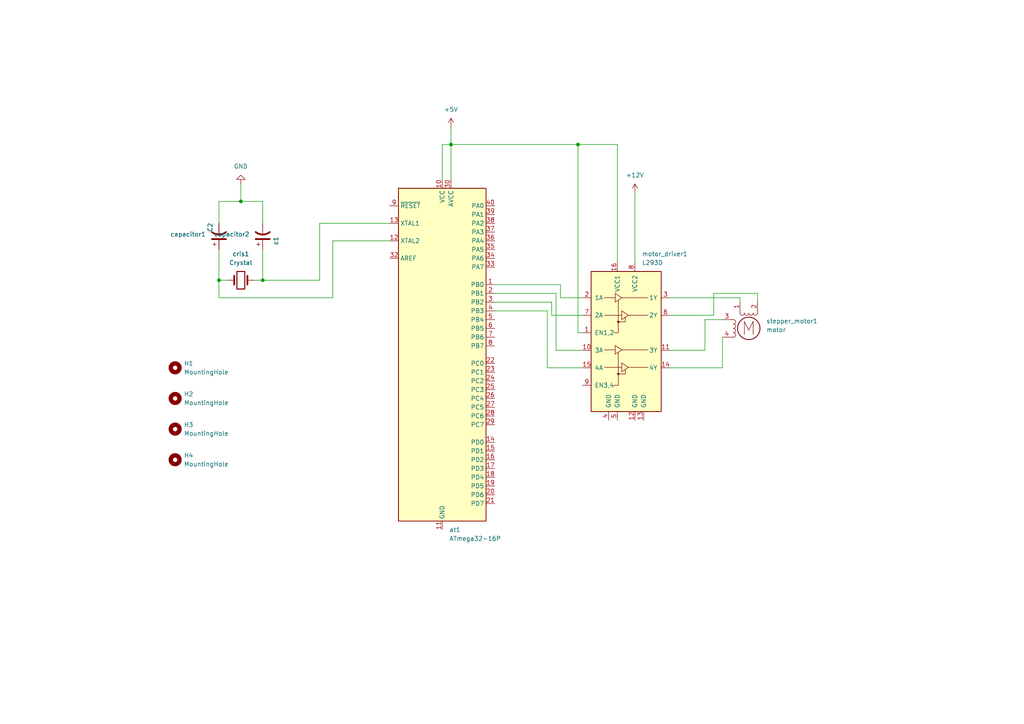
<source format=kicad_sch>
(kicad_sch (version 20211123) (generator eeschema)
  (paper "A4")
  (lib_symbols
    (symbol "Device:C_Polarized_US" (pin_numbers hide) (pin_names (offset 0.254) hide)
      (property "Reference" "C" (at 0.635 2.54 0))
      (property "Value" "C_Polarized_US" (at 0.635 -2.54 0))
      (symbol "C_Polarized_US_0_1"
        (polyline (pts (xy -2.032 0.762) (xy 2.032 0.762)) (stroke (width 0.508)))
        (polyline (pts (xy -1.778 2.286) (xy -0.762 2.286)))
        (polyline (pts (xy -1.27 1.778) (xy -1.27 2.794)))
        (arc (start 2.032 -1.27) (mid 0 -0.5572) (end -2.032 -1.27) (stroke (width 0.508)))
      )
      (symbol "C_Polarized_US_1_1"
        (pin passive line (at 0 3.81 270) (length 2.794) (name "~") (number "1"))
        (pin passive line (at 0 -3.81 90) (length 3.302) (name "~") (number "2"))
      )
    )
    (symbol "Device:Crystal" (pin_numbers hide) (pin_names (offset 1.016) hide)
      (property "Reference" "Y" (at 0 3.81 0))
      (property "Value" "Crystal" (at 0 -3.81 0))
      (symbol "Crystal_0_1"
        (rectangle (start -1.143 2.54) (end 1.143 -2.54) (stroke (width 0.3048)))
        (polyline (pts (xy -2.54 0) (xy -1.905 0)))
        (polyline (pts (xy -1.905 -1.27) (xy -1.905 1.27)) (stroke (width 0.508)))
        (polyline (pts (xy 1.905 -1.27) (xy 1.905 1.27)) (stroke (width 0.508)))
        (polyline (pts (xy 2.54 0) (xy 1.905 0)))
      )
      (symbol "Crystal_1_1"
        (pin passive line (at -3.81 0 0) (length 1.27) (name "1") (number "1"))
        (pin passive line (at 3.81 0 180) (length 1.27) (name "2") (number "2"))
      )
    )
    (symbol "Driver_Motor:L293D" (pin_names (offset 1.016))
      (property "Reference" "U" (at -5.08 26.035 0))
      (property "Value" "L293D" (at -5.08 24.13 0))
      (symbol "L293D_0_1"
        (rectangle (start -10.16 22.86) (end 10.16 -17.78) (stroke (width 0.254)) (fill (type background)))
        (circle (center -2.286 -6.858) (radius 0.254) (fill (type outline)))
        (circle (center -2.286 8.255) (radius 0.254) (fill (type outline)))
        (polyline (pts (xy -6.35 -4.953) (xy -1.27 -4.953)))
        (polyline (pts (xy -6.35 0.127) (xy -3.175 0.127)))
        (polyline (pts (xy -6.35 10.16) (xy -1.27 10.16)))
        (polyline (pts (xy -6.35 15.24) (xy -3.175 15.24)))
        (polyline (pts (xy -1.27 0.127) (xy 6.35 0.127)))
        (polyline (pts (xy -1.27 15.24) (xy 6.35 15.24)))
        (polyline (pts (xy 0.635 -4.953) (xy 6.35 -4.953)))
        (polyline (pts (xy 0.635 10.16) (xy 6.35 10.16)))
        (polyline (pts (xy -2.286 -6.858) (xy -0.254 -6.858) (xy -0.254 -5.588)))
        (polyline (pts (xy -2.286 -0.635) (xy -2.286 -10.16) (xy -3.556 -10.16)))
        (polyline (pts (xy -2.286 8.255) (xy -0.254 8.255) (xy -0.254 9.525)))
        (polyline (pts (xy -2.286 14.478) (xy -2.286 5.08) (xy -3.556 5.08)))
        (polyline (pts (xy -3.175 1.397) (xy -3.175 -1.143) (xy -1.27 0.127) (xy -3.175 1.397)))
        (polyline (pts (xy -3.175 16.51) (xy -3.175 13.97) (xy -1.27 15.24) (xy -3.175 16.51)))
        (polyline (pts (xy -1.27 -3.683) (xy -1.27 -6.223) (xy 0.635 -4.953) (xy -1.27 -3.683)))
        (polyline (pts (xy -1.27 11.43) (xy -1.27 8.89) (xy 0.635 10.16) (xy -1.27 11.43)))
      )
      (symbol "L293D_1_1"
        (pin input line (at -12.7 5.08 0) (length 2.54) (name "EN1,2") (number "1"))
        (pin input line (at -12.7 0 0) (length 2.54) (name "3A") (number "10"))
        (pin output line (at 12.7 0 180) (length 2.54) (name "3Y") (number "11"))
        (pin power_in line (at 2.54 -20.32 90) (length 2.54) (name "GND") (number "12"))
        (pin power_in line (at 5.08 -20.32 90) (length 2.54) (name "GND") (number "13"))
        (pin output line (at 12.7 -5.08 180) (length 2.54) (name "4Y") (number "14"))
        (pin input line (at -12.7 -5.08 0) (length 2.54) (name "4A") (number "15"))
        (pin power_in line (at -2.54 25.4 270) (length 2.54) (name "VCC1") (number "16"))
        (pin input line (at -12.7 15.24 0) (length 2.54) (name "1A") (number "2"))
        (pin output line (at 12.7 15.24 180) (length 2.54) (name "1Y") (number "3"))
        (pin power_in line (at -5.08 -20.32 90) (length 2.54) (name "GND") (number "4"))
        (pin power_in line (at -2.54 -20.32 90) (length 2.54) (name "GND") (number "5"))
        (pin output line (at 12.7 10.16 180) (length 2.54) (name "2Y") (number "6"))
        (pin input line (at -12.7 10.16 0) (length 2.54) (name "2A") (number "7"))
        (pin power_in line (at 2.54 25.4 270) (length 2.54) (name "VCC2") (number "8"))
        (pin input line (at -12.7 -10.16 0) (length 2.54) (name "EN3,4") (number "9"))
      )
    )
    (symbol "MCU_Microchip_ATmega:ATmega32-16P"
      (property "Reference" "U" (at -12.7 49.53 0))
      (property "Value" "ATmega32-16P" (at 2.54 -49.53 0))
      (symbol "ATmega32-16P_0_1"
        (rectangle (start -12.7 -48.26) (end 12.7 48.26) (stroke (width 0.254)) (fill (type background)))
      )
      (symbol "ATmega32-16P_1_1"
        (pin bidirectional line (at 15.24 20.32 180) (length 2.54) (name "PB0") (number "1"))
        (pin power_in line (at 0 50.8 270) (length 2.54) (name "VCC") (number "10"))
        (pin power_in line (at 0 -50.8 90) (length 2.54) (name "GND") (number "11"))
        (pin output line (at -15.24 33.02 0) (length 2.54) (name "XTAL2") (number "12"))
        (pin input line (at -15.24 38.1 0) (length 2.54) (name "XTAL1") (number "13"))
        (pin bidirectional line (at 15.24 -25.4 180) (length 2.54) (name "PD0") (number "14"))
        (pin bidirectional line (at 15.24 -27.94 180) (length 2.54) (name "PD1") (number "15"))
        (pin bidirectional line (at 15.24 -30.48 180) (length 2.54) (name "PD2") (number "16"))
        (pin bidirectional line (at 15.24 -33.02 180) (length 2.54) (name "PD3") (number "17"))
        (pin bidirectional line (at 15.24 -35.56 180) (length 2.54) (name "PD4") (number "18"))
        (pin bidirectional line (at 15.24 -38.1 180) (length 2.54) (name "PD5") (number "19"))
        (pin bidirectional line (at 15.24 17.78 180) (length 2.54) (name "PB1") (number "2"))
        (pin bidirectional line (at 15.24 -40.64 180) (length 2.54) (name "PD6") (number "20"))
        (pin bidirectional line (at 15.24 -43.18 180) (length 2.54) (name "PD7") (number "21"))
        (pin bidirectional line (at 15.24 -2.54 180) (length 2.54) (name "PC0") (number "22"))
        (pin bidirectional line (at 15.24 -5.08 180) (length 2.54) (name "PC1") (number "23"))
        (pin bidirectional line (at 15.24 -7.62 180) (length 2.54) (name "PC2") (number "24"))
        (pin bidirectional line (at 15.24 -10.16 180) (length 2.54) (name "PC3") (number "25"))
        (pin bidirectional line (at 15.24 -12.7 180) (length 2.54) (name "PC4") (number "26"))
        (pin bidirectional line (at 15.24 -15.24 180) (length 2.54) (name "PC5") (number "27"))
        (pin bidirectional line (at 15.24 -17.78 180) (length 2.54) (name "PC6") (number "28"))
        (pin bidirectional line (at 15.24 -20.32 180) (length 2.54) (name "PC7") (number "29"))
        (pin bidirectional line (at 15.24 15.24 180) (length 2.54) (name "PB2") (number "3"))
        (pin power_in line (at 2.54 50.8 270) (length 2.54) (name "AVCC") (number "30"))
        (pin passive line (at 0 -50.8 90) (length 2.54) hide (name "GND") (number "31"))
        (pin passive line (at -15.24 27.94 0) (length 2.54) (name "AREF") (number "32"))
        (pin bidirectional line (at 15.24 25.4 180) (length 2.54) (name "PA7") (number "33"))
        (pin bidirectional line (at 15.24 27.94 180) (length 2.54) (name "PA6") (number "34"))
        (pin bidirectional line (at 15.24 30.48 180) (length 2.54) (name "PA5") (number "35"))
        (pin bidirectional line (at 15.24 33.02 180) (length 2.54) (name "PA4") (number "36"))
        (pin bidirectional line (at 15.24 35.56 180) (length 2.54) (name "PA3") (number "37"))
        (pin bidirectional line (at 15.24 38.1 180) (length 2.54) (name "PA2") (number "38"))
        (pin bidirectional line (at 15.24 40.64 180) (length 2.54) (name "PA1") (number "39"))
        (pin bidirectional line (at 15.24 12.7 180) (length 2.54) (name "PB3") (number "4"))
        (pin bidirectional line (at 15.24 43.18 180) (length 2.54) (name "PA0") (number "40"))
        (pin bidirectional line (at 15.24 10.16 180) (length 2.54) (name "PB4") (number "5"))
        (pin bidirectional line (at 15.24 7.62 180) (length 2.54) (name "PB5") (number "6"))
        (pin bidirectional line (at 15.24 5.08 180) (length 2.54) (name "PB6") (number "7"))
        (pin bidirectional line (at 15.24 2.54 180) (length 2.54) (name "PB7") (number "8"))
        (pin input line (at -15.24 43.18 0) (length 2.54) (name "~{RESET}") (number "9"))
      )
    )
    (symbol "Mechanical:MountingHole" (pin_names (offset 1.016))
      (property "Reference" "H" (at 0 5.08 0))
      (property "Value" "MountingHole" (at 0 3.175 0))
      (symbol "MountingHole_0_1"
        (circle (center 0 0) (radius 1.27) (stroke (width 1.27)))
      )
    )
    (symbol "Motor:Stepper_Motor_bipolar" (pin_names (offset 0) hide)
      (property "Reference" "M" (at 3.81 2.54 0))
      (property "Value" "Stepper_Motor_bipolar" (at 3.81 1.27 0))
      (symbol "Stepper_Motor_bipolar_0_0"
        (polyline (pts (xy -1.27 -1.778) (xy -1.27 2.032) (xy 0 -0.508) (xy 1.27 2.032) (xy 1.27 -1.778)))
      )
      (symbol "Stepper_Motor_bipolar_0_1"
        (arc (start -4.445 -2.54) (mid -3.81 -1.905) (end -4.445 -1.27))
        (arc (start -4.445 -1.27) (mid -3.81 -0.635) (end -4.445 0))
        (arc (start -4.445 0) (mid -3.81 0.635) (end -4.445 1.27))
        (arc (start -4.445 1.27) (mid -3.81 1.905) (end -4.445 2.54))
        (arc (start -2.54 4.445) (mid -1.905 3.81) (end -1.27 4.445))
        (arc (start -1.27 4.445) (mid -0.635 3.81) (end 0 4.445))
        (polyline (pts (xy -5.08 -2.54) (xy -4.445 -2.54)))
        (polyline (pts (xy -5.08 2.54) (xy -4.445 2.54)))
        (polyline (pts (xy -2.54 5.08) (xy -2.54 4.445)))
        (polyline (pts (xy 2.54 5.08) (xy 2.54 4.445)))
        (circle (center 0 0) (radius 3.2512) (stroke (width 0.254)))
        (arc (start 0 4.445) (mid 0.635 3.81) (end 1.27 4.445))
        (arc (start 1.27 4.445) (mid 1.905 3.81) (end 2.54 4.445))
      )
      (symbol "Stepper_Motor_bipolar_1_1"
        (pin passive line (at -2.54 7.62 270) (length 2.54) (name "~") (number "1"))
        (pin passive line (at 2.54 7.62 270) (length 2.54) (name "-") (number "2"))
        (pin passive line (at -7.62 2.54 0) (length 2.54) (name "~") (number "3"))
        (pin passive line (at -7.62 -2.54 0) (length 2.54) (name "~") (number "4"))
      )
    )
    (symbol "power:+12V" (power) (pin_names (offset 0))
      (property "Value" "+12V" (at 0 3.556 0))
      (symbol "+12V_0_1"
        (polyline (pts (xy -0.762 1.27) (xy 0 2.54)))
        (polyline (pts (xy 0 0) (xy 0 2.54)))
        (polyline (pts (xy 0 2.54) (xy 0.762 1.27)))
      )
      (symbol "+12V_1_1"
        (pin power_in line (at 0 0 90) (length 0) hide (name "+12V") (number "1"))
      )
    )
    (symbol "power:+5V" (power) (pin_names (offset 0))
      (property "Value" "+5V" (at 0 3.556 0))
      (symbol "+5V_0_1"
        (polyline (pts (xy -0.762 1.27) (xy 0 2.54)))
        (polyline (pts (xy 0 0) (xy 0 2.54)))
        (polyline (pts (xy 0 2.54) (xy 0.762 1.27)))
      )
      (symbol "+5V_1_1"
        (pin power_in line (at 0 0 90) (length 0) hide (name "+5V") (number "1"))
      )
    )
    (symbol "power:GND" (power) (pin_names (offset 0))
      (property "Value" "GND" (at 0 -3.81 0))
      (symbol "GND_0_1"
        (polyline (pts (xy 0 0) (xy 0 -1.27) (xy 1.27 -1.27) (xy 0 -2.54) (xy -1.27 -1.27) (xy 0 -1.27)))
      )
      (symbol "GND_1_1"
        (pin power_in line (at 0 0 270) (length 0) hide (name "GND") (number "1"))
      )
    )
  )
  (junction (at 130.81 41.91))
  (junction (at 167.64 41.91))
  (junction (at 69.85 58.42))
  (junction (at 63.5 81.28))
  (junction (at 76.2 81.28))
  (wire (pts (xy 69.85 58.42) (xy 69.85 53.34)))
  (wire (pts (xy 167.64 41.91) (xy 179.07 41.91)))
  (wire (pts (xy 130.81 36.83) (xy 130.81 41.91)))
  (wire (pts (xy 158.75 90.17) (xy 158.75 106.68)))
  (wire (pts (xy 128.27 52.07) (xy 128.27 41.91)))
  (wire (pts (xy 130.81 41.91) (xy 167.64 41.91)))
  (wire (pts (xy 63.5 86.36) (xy 63.5 81.28)))
  (wire (pts (xy 76.2 81.28) (xy 73.66 81.28)))
  (wire (pts (xy 167.64 96.52) (xy 167.64 41.91)))
  (wire (pts (xy 194.31 91.44) (xy 207.01 91.44)))
  (wire (pts (xy 179.07 76.2) (xy 179.07 41.91)))
  (wire (pts (xy 160.02 87.63) (xy 160.02 91.44)))
  (wire (pts (xy 96.52 86.36) (xy 63.5 86.36)))
  (wire (pts (xy 63.5 72.39) (xy 63.5 81.28)))
  (wire (pts (xy 194.31 86.36) (xy 214.63 86.36)))
  (wire (pts (xy 158.75 106.68) (xy 168.91 106.68)))
  (wire (pts (xy 128.27 41.91) (xy 130.81 41.91)))
  (wire (pts (xy 168.91 96.52) (xy 167.64 96.52)))
  (wire (pts (xy 207.01 85.09) (xy 219.71 85.09)))
  (wire (pts (xy 143.51 90.17) (xy 158.75 90.17)))
  (wire (pts (xy 214.63 86.36) (xy 214.63 87.63)))
  (wire (pts (xy 194.31 101.6) (xy 204.47 101.6)))
  (wire (pts (xy 219.71 85.09) (xy 219.71 87.63)))
  (wire (pts (xy 207.01 91.44) (xy 207.01 85.09)))
  (wire (pts (xy 143.51 87.63) (xy 160.02 87.63)))
  (wire (pts (xy 92.71 64.77) (xy 92.71 81.28)))
  (wire (pts (xy 92.71 81.28) (xy 76.2 81.28)))
  (wire (pts (xy 162.56 86.36) (xy 168.91 86.36)))
  (wire (pts (xy 96.52 69.85) (xy 96.52 86.36)))
  (wire (pts (xy 143.51 85.09) (xy 161.29 85.09)))
  (wire (pts (xy 162.56 82.55) (xy 162.56 86.36)))
  (wire (pts (xy 204.47 92.71) (xy 209.55 92.71)))
  (wire (pts (xy 194.31 106.68) (xy 209.55 106.68)))
  (wire (pts (xy 76.2 72.39) (xy 76.2 81.28)))
  (wire (pts (xy 63.5 81.28) (xy 66.04 81.28)))
  (wire (pts (xy 204.47 101.6) (xy 204.47 92.71)))
  (wire (pts (xy 76.2 58.42) (xy 69.85 58.42)))
  (wire (pts (xy 209.55 106.68) (xy 209.55 97.79)))
  (wire (pts (xy 113.03 69.85) (xy 96.52 69.85)))
  (wire (pts (xy 143.51 82.55) (xy 162.56 82.55)))
  (wire (pts (xy 76.2 64.77) (xy 76.2 58.42)))
  (wire (pts (xy 63.5 58.42) (xy 69.85 58.42)))
  (wire (pts (xy 161.29 85.09) (xy 161.29 101.6)))
  (wire (pts (xy 161.29 101.6) (xy 168.91 101.6)))
  (wire (pts (xy 184.15 55.88) (xy 184.15 76.2)))
  (wire (pts (xy 130.81 41.91) (xy 130.81 52.07)))
  (wire (pts (xy 160.02 91.44) (xy 168.91 91.44)))
  (wire (pts (xy 63.5 64.77) (xy 63.5 58.42)))
  (wire (pts (xy 113.03 64.77) (xy 92.71 64.77)))
  (symbol (lib_id "Device:C_Polarized_US") (at 76.2 68.58 0) (mirror x) (unit 1)
    (property "Reference" "capacitor2" (at 72.39 67.9449 0) (effects (justify right)))
    (property "Value" "c1" (at 80.01 71.12 90) (effects (justify right)))
    (property "Footprint" "Capacitor_SMD:CP_Elec_3x5.3" (effects hide))
  )
  (symbol (lib_id "Mechanical:MountingHole") (at 50.8 124.46 0) (unit 1)
    (property "Reference" "H3" (at 53.34 123.1899 0) (effects (justify left)))
    (property "Value" "MountingHole" (at 53.34 125.7299 0) (effects (justify left)))
    (property "Footprint" "MountingHole:MountingHole_2.1mm" (effects hide))
  )
  (symbol (lib_id "Motor:Stepper_Motor_bipolar") (at 217.17 95.25 0) (unit 1)
    (property "Reference" "stepper_motor1" (at 222.25 93.129 0) (effects (justify left)))
    (property "Value" "motor" (at 222.25 95.669 0) (effects (justify left)))
    (property "Footprint" "Connector_PinHeader_1.27mm:PinHeader_1x04_P1.27mm_Horizontal" (effects hide))
    (property "Datasheet" "http://www.infineon.com/dgdl/Application-Note-TLE8110EE_driving_UniPolarStepperMotor_V1.1.pdf?fileId=db3a30431be39b97011be5d0aa0a00b0" (effects hide))
  )
  (symbol (lib_id "power:+5V") (at 130.81 36.83 0) (unit 1)
    (property "Reference" "#PWR0102" (effects hide))
    (property "Value" "+5V" (at 130.81 31.75 0))
  )
  (symbol (lib_id "Device:Crystal") (at 69.85 81.28 0) (unit 1)
    (property "Reference" "cris1" (at 69.85 73.66 0))
    (property "Value" "Crystal" (at 69.85 76.2 0))
    (property "Footprint" "Crystal:Crystal_AT310_D3.0mm_L10.0mm_Horizontal" (effects hide))
  )
  (symbol (lib_id "power:GND") (at 69.85 53.34 180) (unit 1)
    (property "Reference" "#PWR0101" (effects hide))
    (property "Value" "GND" (at 69.85 48.26 0))
  )
  (symbol (lib_id "Mechanical:MountingHole") (at 50.8 106.68 0) (unit 1)
    (property "Reference" "H1" (at 53.34 105.4099 0) (effects (justify left)))
    (property "Value" "MountingHole" (at 53.34 107.9499 0) (effects (justify left)))
    (property "Footprint" "MountingHole:MountingHole_2.1mm" (effects hide))
  )
  (symbol (lib_id "Device:C_Polarized_US") (at 63.5 68.58 0) (mirror x) (unit 1)
    (property "Reference" "capacitor1" (at 59.69 67.9449 0) (effects (justify right)))
    (property "Value" "C2" (at 60.96 67.31 90) (effects (justify right)))
    (property "Footprint" "Capacitor_SMD:CP_Elec_3x5.3" (effects hide))
  )
  (symbol (lib_id "Mechanical:MountingHole") (at 50.8 115.57 0) (unit 1)
    (property "Reference" "H2" (at 53.34 114.2999 0) (effects (justify left)))
    (property "Value" "MountingHole" (at 53.34 116.8399 0) (effects (justify left)))
    (property "Footprint" "MountingHole:MountingHole_2.1mm" (effects hide))
  )
  (symbol (lib_id "Driver_Motor:L293D") (at 181.61 101.6 0) (unit 1)
    (property "Reference" "motor_driver1" (at 186.1694 73.66 0) (effects (justify left)))
    (property "Value" "L293D" (at 186.1694 76.2 0) (effects (justify left)))
    (property "Footprint" "Package_DIP:DIP-16_W7.62mm" (effects hide))
    (property "Datasheet" "http://www.ti.com/lit/ds/symlink/l293.pdf" (effects hide))
  )
  (symbol (lib_id "MCU_Microchip_ATmega:ATmega32-16P") (at 128.27 102.87 0) (unit 1)
    (property "Reference" "at1" (at 130.2894 153.67 0) (effects (justify left)))
    (property "Value" "ATmega32-16P" (at 130.2894 156.21 0) (effects (justify left)))
    (property "Footprint" "Package_DIP:DIP-40_W15.24mm" (effects hide))
    (property "Datasheet" "http://ww1.microchip.com/downloads/en/DeviceDoc/doc2503.pdf" (effects hide))
  )
  (symbol (lib_id "power:+12V") (at 184.15 55.88 0) (unit 1)
    (property "Reference" "#PWR0103" (effects hide))
    (property "Value" "+12V" (at 184.15 50.8 0))
  )
  (symbol (lib_id "Mechanical:MountingHole") (at 50.8 133.35 0) (unit 1)
    (property "Reference" "H4" (at 53.34 132.0799 0) (effects (justify left)))
    (property "Value" "MountingHole" (at 53.34 134.6199 0) (effects (justify left)))
    (property "Footprint" "MountingHole:MountingHole_2.1mm" (effects hide))
  )
)
</source>
